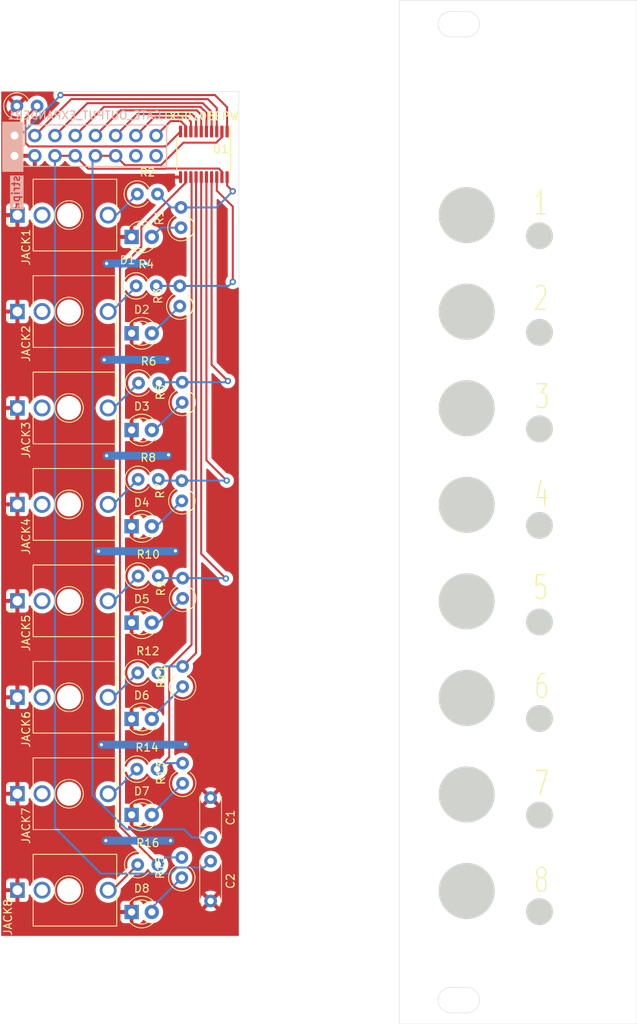
<source format=kicad_pcb>
(kicad_pcb (version 20221018) (generator pcbnew)
  (layers (0 "F.Cu" signal) (31 "B.Cu" signal) (34 "B.Paste" user) (35 "F.Paste" user) (36 "B.SilkS" user "B.Silkscreen") (37 "F.SilkS" user "F.Silkscreen") (38 "B.Mask" user) (39 "F.Mask" user) (44 "Edge.Cuts" user))
  (net 0 "")
  (net 1 "GND")
  (net 2 "Net-(D1-A)")
  (net 3 "Net-(D2-A)")
  (net 4 "Net-(D3-A)")
  (net 5 "Net-(D4-A)")
  (net 6 "Net-(D5-A)")
  (net 7 "Net-(D6-A)")
  (net 8 "Net-(D7-A)")
  (net 9 "Net-(D8-A)")
  (net 10 "GATE_1")
  (net 11 "GATE_2")
  (net 12 "GATE_3")
  (net 13 "GATE_4")
  (net 14 "GATE_5")
  (net 15 "GATE_6")
  (net 16 "GATE_7")
  (net 17 "GATE_8")
  (net 18 "GATE_10")
  (net 19 "+5V")
  (net 20 "output_1")
  (net 21 "Net-(JACK1-Pad3)")
  (net 22 "output_2")
  (net 23 "output_3")
  (net 24 "output_4")
  (net 25 "output_5")
  (net 26 "output_6")
  (net 27 "output_7")
  (net 28 "output_8")
  (net 29 "+3V3")
  (net 31 "Net-(JACK2-Pad3)")
  (net 32 "Net-(JACK3-Pad3)")
  (net 33 "Net-(JACK4-Pad3)")
  (net 34 "Net-(JACK5-Pad3)")
  (net 35 "Net-(JACK6-Pad3)")
  (net 36 "Net-(JACK7-Pad3)")
  (net 37 "Net-(JACK8-Pad3)")
  (net 45 "GATE_9")
  (net 46 "Net-(U1-OE)")
  (footprint "Capacitor_THT:C_Disc_D5.0mm_W2.5mm_P5.00mm" (layer "F.Cu") (at 105.156 132.5026 -90)
    (fp_text reference "C1" (at 2.5 -2.5 90) (layer "F.SilkS"))
    (fp_text value "C_Small")
    (pad "1" thru_hole circle (at 0 0 270) (size 1.6 1.6) (drill 0.8) (layers "*.Cu" "*.Mask") (net 1 "GND"))
    (pad "2" thru_hole circle (at 5 0 270) (size 1.6 1.6) (drill 0.8) (layers "*.Cu" "*.Mask") (net 29 "+3V3"))
  )
  (footprint "doctea:Thonkiconn Renumberred" (layer "F.Cu") (at 80.8894 144.11757 90)
    (fp_text reference "JACK8" (at -3.403772 -1.1938 90) (layer "F.SilkS"))
    (fp_text value "fuzzySI_thonkiconn")
    (pad "1" thru_hole rect (at 0 0 270) (size 1.93 1.83) (drill 1.22) (layers "*.Cu" "*.Mask") (net 1 "GND"))
    (pad "2" thru_hole circle (at 0 3.1 270) (size 2.13 2.13) (drill 1.42) (layers "*.Cu" "*.Mask"))
    (pad "3" thru_hole circle (at 0 11.4 270) (size 2.13 2.13) (drill 1.43) (layers "*.Cu" "*.Mask") (net 37 "Net-(JACK8-Pad3)"))
    (zone (net 0) (net_name "") (layer "F.Cu") (connect_pads (clearance 0)) (min_thickness 0.254)
      (keepout (tracks not_allowed) (vias not_allowed) (pads not_allowed) (copperpour not_allowed) (footprints not_allowed))
      (fill (thermal_gap 0.508) (thermal_bridge_width 0.508))
      (polygon (pts (xy 87.3694 142.612429) (xy 87.123571 142.63264) (xy 86.884345 142.692729) (xy 86.658144 142.791084) (xy 86.451045 142.925062) (xy 86.26861 143.091066) (xy 86.115736 143.284638) (xy 85.996531 143.500578) (xy 85.914194 143.733088) (xy 85.870939 143.975924) (xy 85.867925 144.222563) (xy 85.905235 144.466383) (xy 85.981866 144.700836) (xy 86.09576 144.919624) (xy 86.243858 145.116873) (xy 86.422184 145.287284) (xy 86.625948 145.426282) (xy 86.849678 145.530134) (xy 87.087365 145.596051) (xy 87.332626 145.622262) (xy 87.578875 145.608063) (xy 87.819499 145.553836) (xy 88.048034 145.461038) (xy 88.258345 145.332159) (xy 88.444782 145.170662) (xy 88.602339 144.980883) (xy 88.726785 144.76792) (xy 88.814777 144.537491) (xy 88.863953 144.295785) (xy 88.872992 144.049292) (xy 88.84165 143.804634) (xy 88.77077 143.568379) (xy 88.662256 143.346873) (xy 88.519021 143.146065) (xy 88.344912 142.971347) (xy 88.144605 142.827412) (xy 87.923479 142.718125) (xy 87.687474 142.646421) (xy 87.442926 142.614226)))
    )
  )
  (footprint "LED_THT:LED_D3.0mm" (layer "F.Cu") (at 95.2354 62.126542)
    (fp_text reference "D1" (at -0.508 2.908) (layer "F.SilkS"))
    (fp_text value "LED")
    (pad "1" thru_hole rect (at 0 0) (size 1.8 1.8) (drill 0.9) (layers "*.Cu" "*.Mask") (net 1 "GND"))
    (pad "2" thru_hole circle (at 2.54 0) (size 1.8 1.8) (drill 0.9) (layers "*.Cu" "*.Mask") (net 2 "Net-(D1-A)"))
  )
  (footprint "Capacitor_THT:C_Disc_D5.0mm_W2.5mm_P5.00mm" (layer "F.Cu") (at 105.156 140.4782 -90)
    (fp_text reference "C2" (at 2.5 -2.5 90) (layer "F.SilkS"))
    (fp_text value "C_Small")
    (pad "1" thru_hole circle (at 0 0 270) (size 1.6 1.6) (drill 0.8) (layers "*.Cu" "*.Mask") (net 19 "+5V"))
    (pad "2" thru_hole circle (at 5 0 270) (size 1.6 1.6) (drill 0.8) (layers "*.Cu" "*.Mask") (net 1 "GND"))
  )
  (footprint "Resistor_THT:R_Axial_DIN0309_L9.0mm_D3.2mm_P2.54mm_Vertical" (layer "F.Cu") (at 95.7992 68.273342)
    (fp_text reference "R4" (at 1.27 -2.72) (layer "F.SilkS"))
    (fp_text value "1K")
    (pad "1" thru_hole circle (at 0 0) (size 1.6 1.6) (drill 0.8) (layers "*.Cu" "*.Mask") (net 31 "Net-(JACK2-Pad3)"))
    (pad "2" thru_hole oval (at 2.54 0) (size 1.6 1.6) (drill 0.8) (layers "*.Cu" "*.Mask") (net 22 "output_2"))
  )
  (footprint "LED_THT:LED_D3.0mm" (layer "F.Cu") (at 95.2354 134.668942)
    (fp_text reference "D7" (at 1.27 -2.96) (layer "F.SilkS"))
    (fp_text value "LED")
    (pad "1" thru_hole rect (at 0 0) (size 1.8 1.8) (drill 0.9) (layers "*.Cu" "*.Mask") (net 1 "GND"))
    (pad "2" thru_hole circle (at 2.54 0) (size 1.8 1.8) (drill 0.9) (layers "*.Cu" "*.Mask") (net 8 "Net-(D7-A)"))
  )
  (footprint "LED_THT:LED_D3.0mm" (layer "F.Cu") (at 95.2354 98.448542)
    (fp_text reference "D4" (at 1.27 -2.96) (layer "F.SilkS"))
    (fp_text value "LED")
    (pad "1" thru_hole rect (at 0 0) (size 1.8 1.8) (drill 0.9) (layers "*.Cu" "*.Mask") (net 1 "GND"))
    (pad "2" thru_hole circle (at 2.54 0) (size 1.8 1.8) (drill 0.9) (layers "*.Cu" "*.Mask") (net 5 "Net-(D4-A)"))
  )
  (footprint "Resistor_THT:R_Axial_DIN0309_L9.0mm_D3.2mm_P2.54mm_Vertical" (layer "F.Cu") (at 101.5396 142.549342 90)
    (fp_text reference "R15" (at 1.27 -2.72 90) (layer "F.SilkS"))
    (fp_text value "47K")
    (pad "1" thru_hole circle (at 0 0 90) (size 1.6 1.6) (drill 0.8) (layers "*.Cu" "*.Mask") (net 9 "Net-(D8-A)"))
    (pad "2" thru_hole oval (at 2.54 0 90) (size 1.6 1.6) (drill 0.8) (layers "*.Cu" "*.Mask") (net 28 "output_8"))
  )
  (footprint "Resistor_THT:R_Axial_DIN0309_L9.0mm_D3.2mm_P2.54mm_Vertical" (layer "F.Cu") (at 101.6412 118.571742 90)
    (fp_text reference "R11" (at 1.27 -2.72 90) (layer "F.SilkS"))
    (fp_text value "47K")
    (pad "1" thru_hole circle (at 0 0 90) (size 1.6 1.6) (drill 0.8) (layers "*.Cu" "*.Mask") (net 7 "Net-(D6-A)"))
    (pad "2" thru_hole oval (at 2.54 0 90) (size 1.6 1.6) (drill 0.8) (layers "*.Cu" "*.Mask") (net 26 "output_6"))
  )
  (footprint "Resistor_THT:R_Axial_DIN0309_L9.0mm_D3.2mm_P2.54mm_Vertical" (layer "F.Cu") (at 96.0024 116.838142)
    (fp_text reference "R12" (at 1.27 -2.72) (layer "F.SilkS"))
    (fp_text value "1K")
    (pad "1" thru_hole circle (at 0 0) (size 1.6 1.6) (drill 0.8) (layers "*.Cu" "*.Mask") (net 35 "Net-(JACK6-Pad3)"))
    (pad "2" thru_hole oval (at 2.54 0) (size 1.6 1.6) (drill 0.8) (layers "*.Cu" "*.Mask") (net 26 "output_6"))
  )
  (footprint "Resistor_THT:R_Axial_DIN0309_L9.0mm_D3.2mm_P2.54mm_Vertical" (layer "F.Cu") (at 96.104 80.465342)
    (fp_text reference "R6" (at 1.27 -2.72) (layer "F.SilkS"))
    (fp_text value "1K")
    (pad "1" thru_hole circle (at 0 0) (size 1.6 1.6) (drill 0.8) (layers "*.Cu" "*.Mask") (net 32 "Net-(JACK3-Pad3)"))
    (pad "2" thru_hole oval (at 2.54 0) (size 1.6 1.6) (drill 0.8) (layers "*.Cu" "*.Mask") (net 23 "output_3"))
  )
  (footprint "LED_THT:LED_D3.0mm" (layer "F.Cu") (at 95.2354 110.538942)
    (fp_text reference "D5" (at 1.27 -2.96) (layer "F.SilkS"))
    (fp_text value "LED")
    (pad "1" thru_hole rect (at 0 0) (size 1.8 1.8) (drill 0.9) (layers "*.Cu" "*.Mask") (net 1 "GND"))
    (pad "2" thru_hole circle (at 2.54 0) (size 1.8 1.8) (drill 0.9) (layers "*.Cu" "*.Mask") (net 6 "Net-(D5-A)"))
  )
  (footprint "LED_THT:LED_D3.0mm" (layer "F.Cu") (at 95.2354 146.860942)
    (fp_text reference "D8" (at 1.27 -2.96) (layer "F.SilkS"))
    (fp_text value "LED")
    (pad "1" thru_hole rect (at 0 0) (size 1.8 1.8) (drill 0.9) (layers "*.Cu" "*.Mask") (net 1 "GND"))
    (pad "2" thru_hole circle (at 2.54 0) (size 1.8 1.8) (drill 0.9) (layers "*.Cu" "*.Mask") (net 9 "Net-(D8-A)"))
  )
  (footprint "LED_THT:LED_D3.0mm" (layer "F.Cu") (at 95.2354 122.629342)
    (fp_text reference "D6" (at 1.27 -2.96) (layer "F.SilkS"))
    (fp_text value "LED")
    (pad "1" thru_hole rect (at 0 0) (size 1.8 1.8) (drill 0.9) (layers "*.Cu" "*.Mask") (net 1 "GND"))
    (pad "2" thru_hole circle (at 2.54 0) (size 1.8 1.8) (drill 0.9) (layers "*.Cu" "*.Mask") (net 7 "Net-(D6-A)"))
  )
  (footprint "Resistor_THT:R_Axial_DIN0309_L9.0mm_D3.2mm_P2.54mm_Vertical" (layer "F.Cu") (at 101.5904 82.903742 90)
    (fp_text reference "R5" (at 1.27 -2.72 90) (layer "F.SilkS"))
    (fp_text value "47K")
    (pad "1" thru_hole circle (at 0 0 90) (size 1.6 1.6) (drill 0.8) (layers "*.Cu" "*.Mask") (net 4 "Net-(D3-A)"))
    (pad "2" thru_hole oval (at 2.54 0 90) (size 1.6 1.6) (drill 0.8) (layers "*.Cu" "*.Mask") (net 23 "output_3"))
  )
  (footprint "Resistor_THT:R_Axial_DIN0309_L9.0mm_D3.2mm_P2.54mm_Vertical" (layer "F.Cu") (at 96.0532 104.696942)
    (fp_text reference "R10" (at 1.27 -2.72) (layer "F.SilkS"))
    (fp_text value "1K")
    (pad "1" thru_hole circle (at 0 0) (size 1.6 1.6) (drill 0.8) (layers "*.Cu" "*.Mask") (net 34 "Net-(JACK5-Pad3)"))
    (pad "2" thru_hole oval (at 2.54 0) (size 1.6 1.6) (drill 0.8) (layers "*.Cu" "*.Mask") (net 25 "output_5"))
  )
  (footprint "Resistor_THT:R_Axial_DIN0309_L9.0mm_D3.2mm_P2.54mm_Vertical" (layer "F.Cu") (at 101.2856 70.813342 90)
    (fp_text reference "R3" (at 1.27 -2.72 90) (layer "F.SilkS"))
    (fp_text value "47K")
    (pad "1" thru_hole circle (at 0 0 90) (size 1.6 1.6) (drill 0.8) (layers "*.Cu" "*.Mask") (net 3 "Net-(D2-A)"))
    (pad "2" thru_hole oval (at 2.54 0 90) (size 1.6 1.6) (drill 0.8) (layers "*.Cu" "*.Mask") (net 22 "output_2"))
  )
  (footprint "Package_SO:TSSOP-20_4.4x6.5mm_P0.65mm" (layer "F.Cu") (at 104.3042 51.755642 -90)
    (fp_text reference "U1" (at -0.674642 -2.1218) (layer "F.SilkS"))
    (fp_text value "TXS0108EPW" (at -4.789442 0.3674) (layer "F.SilkS"))
    (pad "1" smd roundrect (at -2.8625 -2.925 270) (size 1.475 0.4) (layers "F.Cu" "F.Paste" "F.Mask") (net 10 "GATE_1"))
    (pad "2" smd roundrect (at -2.8625 -2.275 270) (size 1.475 0.4) (layers "F.Cu" "F.Paste" "F.Mask") (net 29 "+3V3"))
    (pad "3" smd roundrect (at -2.8625 -1.625 270) (size 1.475 0.4) (layers "F.Cu" "F.Paste" "F.Mask") (net 11 "GATE_2"))
    (pad "4" smd roundrect (at -2.8625 -0.975 270) (size 1.475 0.4) (layers "F.Cu" "F.Paste" "F.Mask") (net 12 "GATE_3"))
    (pad "5" smd roundrect (at -2.8625 -0.325 270) (size 1.475 0.4) (layers "F.Cu" "F.Paste" "F.Mask") (net 13 "GATE_4"))
    (pad "6" smd roundrect (at -2.8625 0.325 270) (size 1.475 0.4) (layers "F.Cu" "F.Paste" "F.Mask") (net 14 "GATE_5"))
    (pad "7" smd roundrect (at -2.8625 0.975 270) (size 1.475 0.4) (layers "F.Cu" "F.Paste" "F.Mask") (net 15 "GATE_6"))
    (pad "8" smd roundrect (at -2.8625 1.625 270) (size 1.475 0.4) (layers "F.Cu" "F.Paste" "F.Mask") (net 16 "GATE_7"))
    (pad "9" smd roundrect (at -2.8625 2.275 270) (size 1.475 0.4) (layers "F.Cu" "F.Paste" "F.Mask") (net 17 "GATE_8"))
    (pad "10" smd roundrect (at -2.8625 2.925 270) (size 1.475 0.4) (layers "F.Cu" "F.Paste" "F.Mask") (net 46 "Net-(U1-OE)"))
    (pad "11" smd roundrect (at 2.8625 2.925 270) (size 1.475 0.4) (layers "F.Cu" "F.Paste" "F.Mask") (net 1 "GND"))
    (pad "12" smd roundrect (at 2.8625 2.275 270) (size 1.475 0.4) (layers "F.Cu" "F.Paste" "F.Mask") (net 28 "output_8"))
    (pad "13" smd roundrect (at 2.8625 1.625 270) (size 1.475 0.4) (layers "F.Cu" "F.Paste" "F.Mask") (net 27 "output_7"))
    (pad "14" smd roundrect (at 2.8625 0.975 270) (size 1.475 0.4) (layers "F.Cu" "F.Paste" "F.Mask") (net 26 "output_6"))
    (pad "15" smd roundrect (at 2.8625 0.325 270) (size 1.475 0.4) (layers "F.Cu" "F.Paste" "F.Mask") (net 25 "output_5"))
    (pad "16" smd roundrect (at 2.8625 -0.325 270) (size 1.475 0.4) (layers "F.Cu" "F.Paste" "F.Mask") (net 24 "output_4"))
    (pad "17" smd roundrect (at 2.8625 -0.975 270) (size 1.475 0.4) (layers "F.Cu" "F.Paste" "F.Mask") (net 23 "output_3"))
    (pad "18" smd roundrect (at 2.8625 -1.625 270) (size 1.475 0.4) (layers "F.Cu" "F.Paste" "F.Mask") (net 22 "output_2"))
    (pad "19" smd roundrect (at 2.8625 -2.275 270) (size 1.475 0.4) (layers "F.Cu" "F.Paste" "F.Mask") (net 19 "+5V"))
    (pad "20" smd roundrect (at 2.8625 -2.925 270) (size 1.475 0.4) (layers "F.Cu" "F.Paste" "F.Mask") (net 20 "output_1"))
  )
  (footprint "doctea:Thonkiconn Renumberred" (layer "F.Cu") (at 80.8894 132.012656 90)
    (fp_text reference "JACK7" (at -4.03 1.08 90) (layer "F.SilkS"))
    (fp_text value "fuzzySI_thonkiconn")
    (pad "1" thru_hole rect (at 0 0 270) (size 1.93 1.83) (drill 1.22) (layers "*.Cu" "*.Mask") (net 1 "GND"))
    (pad "2" thru_hole circle (at 0 3.1 270) (size 2.13 2.13) (drill 1.42) (layers "*.Cu" "*.Mask"))
    (pad "3" thru_hole circle (at 0 11.4 270) (size 2.13 2.13) (drill 1.43) (layers "*.Cu" "*.Mask") (net 36 "Net-(JACK7-Pad3)"))
    (zone (net 0) (net_name "") (layer "F.Cu") (connect_pads (clearance 0)) (min_thickness 0.254)
      (keepout (tracks not_allowed) (vias not_allowed) (pads not_allowed) (copperpour not_allowed) (footprints not_allowed))
      (fill (thermal_gap 0.508) (thermal_bridge_width 0.508))
      (polygon (pts (xy 87.3694 130.507515) (xy 87.123571 130.527726) (xy 86.884345 130.587815) (xy 86.658144 130.68617) (xy 86.451045 130.820148) (xy 86.26861 130.986152) (xy 86.115736 131.179724) (xy 85.996531 131.395664) (xy 85.914194 131.628174) (xy 85.870939 131.87101) (xy 85.867925 132.117649) (xy 85.905235 132.361469) (xy 85.981866 132.595922) (xy 86.09576 132.81471) (xy 86.243858 133.011959) (xy 86.422184 133.18237) (xy 86.625948 133.321368) (xy 86.849678 133.42522) (xy 87.087365 133.491137) (xy 87.332626 133.517348) (xy 87.578875 133.503149) (xy 87.819499 133.448922) (xy 88.048034 133.356124) (xy 88.258345 133.227245) (xy 88.444782 133.065748) (xy 88.602339 132.875969) (xy 88.726785 132.663006) (xy 88.814777 132.432577) (xy 88.863953 132.190871) (xy 88.872992 131.944378) (xy 88.84165 131.69972) (xy 88.77077 131.463465) (xy 88.662256 131.241959) (xy 88.519021 131.041151) (xy 88.344912 130.866433) (xy 88.144605 130.722498) (xy 87.923479 130.613211) (xy 87.687474 130.541507) (xy 87.442926 130.509312)))
    )
  )
  (footprint "Resistor_THT:R_Axial_DIN0309_L9.0mm_D3.2mm_P2.54mm_Vertical" (layer "F.Cu") (at 101.5396 95.254542 90)
    (fp_text reference "R7" (at 1.27 -2.72 90) (layer "F.SilkS"))
    (fp_text value "47K")
    (pad "1" thru_hole circle (at 0 0 90) (size 1.6 1.6) (drill 0.8) (layers "*.Cu" "*.Mask") (net 5 "Net-(D4-A)"))
    (pad "2" thru_hole oval (at 2.54 0 90) (size 1.6 1.6) (drill 0.8) (layers "*.Cu" "*.Mask") (net 24 "output_4"))
  )
  (footprint "Resistor_THT:R_Axial_DIN0309_L9.0mm_D3.2mm_P2.54mm_Vertical" (layer "F.Cu") (at 95.9516 56.741742)
    (fp_text reference "R2" (at 1.27 -2.72) (layer "F.SilkS"))
    (fp_text value "1K")
    (pad "1" thru_hole circle (at 0 0) (size 1.6 1.6) (drill 0.8) (layers "*.Cu" "*.Mask") (net 21 "Net-(JACK1-Pad3)"))
    (pad "2" thru_hole oval (at 2.54 0) (size 1.6 1.6) (drill 0.8) (layers "*.Cu" "*.Mask") (net 20 "output_1"))
  )
  (footprint "Resistor_THT:R_Axial_DIN0309_L9.0mm_D3.2mm_P2.54mm_Vertical" (layer "F.Cu") (at 101.6412 107.497342 90)
    (fp_text reference "R9" (at 1.27 -2.72 90) (layer "F.SilkS"))
    (fp_text value "47K")
    (pad "1" thru_hole circle (at 0 0 90) (size 1.6 1.6) (drill 0.8) (layers "*.Cu" "*.Mask") (net 6 "Net-(D5-A)"))
    (pad "2" thru_hole oval (at 2.54 0 90) (size 1.6 1.6) (drill 0.8) (layers "*.Cu" "*.Mask") (net 25 "output_5"))
  )
  (footprint "LED_THT:LED_D3.0mm" (layer "F.Cu") (at 95.2354 86.358142)
    (fp_text reference "D3" (at 1.27 -2.96) (layer "F.SilkS"))
    (fp_text value "LED")
    (pad "1" thru_hole rect (at 0 0) (size 1.8 1.8) (drill 0.9) (layers "*.Cu" "*.Mask") (net 1 "GND"))
    (pad "2" thru_hole circle (at 2.54 0) (size 1.8 1.8) (drill 0.9) (layers "*.Cu" "*.Mask") (net 4 "Net-(D3-A)"))
  )
  (footprint "LED_THT:LED_D3.0mm" (layer "F.Cu") (at 95.2354 74.216942)
    (fp_text reference "D2" (at 1.27 -2.96) (layer "F.SilkS"))
    (fp_text value "LED")
    (pad "1" thru_hole rect (at 0 0) (size 1.8 1.8) (drill 0.9) (layers "*.Cu" "*.Mask") (net 1 "GND"))
    (pad "2" thru_hole circle (at 2.54 0) (size 1.8 1.8) (drill 0.9) (layers "*.Cu" "*.Mask") (net 3 "Net-(D2-A)"))
  )
  (footprint "Resistor_THT:R_Axial_DIN0309_L9.0mm_D3.2mm_P2.54mm_Vertical" (layer "F.Cu") (at 96.0532 92.555742)
    (fp_text reference "R8" (at 1.27 -2.72) (layer "F.SilkS"))
    (fp_text value "1K")
    (pad "1" thru_hole circle (at 0 0) (size 1.6 1.6) (drill 0.8) (layers "*.Cu" "*.Mask") (net 33 "Net-(JACK4-Pad3)"))
    (pad "2" thru_hole oval (at 2.54 0) (size 1.6 1.6) (drill 0.8) (layers "*.Cu" "*.Mask") (net 24 "output_4"))
  )
  (footprint "Resistor_THT:R_Axial_DIN0309_L9.0mm_D3.2mm_P2.54mm_Vertical" (layer "F.Cu") (at 80.8228 45.6962)
    (fp_text reference "R_PULLDOWN1" hide)
    (fp_text value "R")
    (pad "1" thru_hole circle (at 0 0) (size 1.6 1.6) (drill 0.8) (layers "*.Cu" "*.Mask") (net 1 "GND"))
    (pad "2" thru_hole oval (at 2.54 0) (size 1.6 1.6) (drill 0.8) (layers "*.Cu" "*.Mask") (net 46 "Net-(U1-OE)"))
  )
  (footprint "Resistor_THT:R_Axial_DIN0309_L9.0mm_D3.2mm_P2.54mm_Vertical" (layer "F.Cu") (at 95.996 140.917342)
    (fp_text reference "R16" (at 1.27 -2.72) (layer "F.SilkS"))
    (fp_text value "1K")
    (pad "1" thru_hole circle (at 0 0) (size 1.6 1.6) (drill 0.8) (layers "*.Cu" "*.Mask") (net 37 "Net-(JACK8-Pad3)"))
    (pad "2" thru_hole oval (at 2.54 0) (size 1.6 1.6) (drill 0.8) (layers "*.Cu" "*.Mask") (net 28 "output_8"))
  )
  (footprint "doctea:Thonkiconn Renumberred" (layer "F.Cu") (at 80.8894 59.38317 90)
    (fp_text reference "JACK1" (at -4.03 1.08 90) (layer "F.SilkS"))
    (fp_text value "~")
    (pad "1" thru_hole rect (at 0 0 270) (size 1.93 1.83) (drill 1.22) (layers "*.Cu" "*.Mask") (net 1 "GND"))
    (pad "2" thru_hole circle (at 0 3.1 270) (size 2.13 2.13) (drill 1.42) (layers "*.Cu" "*.Mask"))
    (pad "3" thru_hole circle (at 0 11.4 270) (size 2.13 2.13) (drill 1.43) (layers "*.Cu" "*.Mask") (net 21 "Net-(JACK1-Pad3)"))
    (zone (net 0) (net_name "") (layer "F.Cu") (connect_pads (clearance 0)) (min_thickness 0.254)
      (keepout (tracks not_allowed) (vias not_allowed) (pads not_allowed) (copperpour not_allowed) (footprints not_allowed))
      (fill (thermal_gap 0.508) (thermal_bridge_width 0.508))
      (polygon (pts (xy 87.3694 57.878029) (xy 87.123571 57.89824) (xy 86.884345 57.958329) (xy 86.658144 58.056684) (xy 86.451045 58.190662) (xy 86.26861 58.356666) (xy 86.115736 58.550238) (xy 85.996531 58.766178) (xy 85.914194 58.998688) (xy 85.870939 59.241524) (xy 85.867925 59.488163) (xy 85.905235 59.731983) (xy 85.981866 59.966436) (xy 86.09576 60.185224) (xy 86.243858 60.382473) (xy 86.422184 60.552884) (xy 86.625948 60.691882) (xy 86.849678 60.795734) (xy 87.087365 60.861651) (xy 87.332626 60.887862) (xy 87.578875 60.873663) (xy 87.819499 60.819436) (xy 88.048034 60.726638) (xy 88.258345 60.597759) (xy 88.444782 60.436262) (xy 88.602339 60.246483) (xy 88.726785 60.03352) (xy 88.814777 59.803091) (xy 88.863953 59.561385) (xy 88.872992 59.314892) (xy 88.84165 59.070234) (xy 88.77077 58.833979) (xy 88.662256 58.612473) (xy 88.519021 58.411665) (xy 88.344912 58.236947) (xy 88.144605 58.093012) (xy 87.923479 57.983725) (xy 87.687474 57.912021) (xy 87.442926 57.879826)))
    )
  )
  (footprint "Resistor_THT:R_Axial_DIN0309_L9.0mm_D3.2mm_P2.54mm_Vertical" (layer "F.Cu") (at 95.8944 128.928542)
    (fp_text reference "R14" (at 1.27 -2.72) (layer "F.SilkS"))
    (fp_text value "1K")
    (pad "1" thru_hole circle (at 0 0) (size 1.6 1.6) (drill 0.8) (layers "*.Cu" "*.Mask") (net 36 "Net-(JACK7-Pad3)"))
    (pad "2" thru_hole oval (at 2.54 0) (size 1.6 1.6) (drill 0.8) (layers "*.Cu" "*.Mask") (net 27 "output_7"))
  )
  (footprint "doctea:Thonkiconn Renumberred" (layer "F.Cu") (at 80.8894 119.907742 90)
    (fp_text reference "JACK6" (at -4.03 1.08 90) (layer "F.SilkS"))
    (fp_text value "fuzzySI_thonkiconn")
    (pad "1" thru_hole rect (at 0 0 270) (size 1.93 1.83) (drill 1.22) (layers "*.Cu" "*.Mask") (net 1 "GND"))
    (pad "2" thru_hole circle (at 0 3.1 270) (size 2.13 2.13) (drill 1.42) (layers "*.Cu" "*.Mask"))
    (pad "3" thru_hole circle (at 0 11.4 270) (size 2.13 2.13) (drill 1.43) (layers "*.Cu" "*.Mask") (net 35 "Net-(JACK6-Pad3)"))
    (zone (net 0) (net_name "") (layer "F.Cu") (connect_pads (clearance 0)) (min_thickness 0.254)
      (keepout (tracks not_allowed) (vias not_allowed) (pads not_allowed) (copperpour not_allowed) (footprints not_allowed))
      (fill (thermal_gap 0.508) (thermal_bridge_width 0.508))
      (polygon (pts (xy 87.3694 118.402601) (xy 87.123571 118.422812) (xy 86.884345 118.482901) (xy 86.658144 118.581256) (xy 86.451045 118.715234) (xy 86.26861 118.881238) (xy 86.115736 119.07481) (xy 85.996531 119.29075) (xy 85.914194 119.52326) (xy 85.870939 119.766096) (xy 85.867925 120.012735) (xy 85.905235 120.256555) (xy 85.981866 120.491008) (xy 86.09576 120.709796) (xy 86.243858 120.907045) (xy 86.422184 121.077456) (xy 86.625948 121.216454) (xy 86.849678 121.320306) (xy 87.087365 121.386223) (xy 87.332626 121.412434) (xy 87.578875 121.398235) (xy 87.819499 121.344008) (xy 88.048034 121.25121) (xy 88.258345 121.122331) (xy 88.444782 120.960834) (xy 88.602339 120.771055) (xy 88.726785 120.558092) (xy 88.814777 120.327663) (xy 88.863953 120.085957) (xy 88.872992 119.839464) (xy 88.84165 119.594806) (xy 88.77077 119.358551) (xy 88.662256 119.137045) (xy 88.519021 118.936237) (xy 88.344912 118.761519) (xy 88.144605 118.617584) (xy 87.923479 118.508297) (xy 87.687474 118.436593) (xy 87.442926 118.404398)))
    )
  )
  (footprint "doctea:Thonkiconn Renumberred" (layer "F.Cu") (at 80.8894 71.488086 90)
    (fp_text reference "JACK2" (at -4.03 1.08 90) (layer "F.SilkS"))
    (fp_text value "fuzzySI_thonkiconn")
    (pad "1" thru_hole rect (at 0 0 270) (size 1.93 1.83) (drill 1.22) (layers "*.Cu" "*.Mask") (net 1 "GND"))
    (pad "2" thru_hole circle (at 0 3.1 270) (size 2.13 2.13) (drill 1.42) (layers "*.Cu" "*.Mask"))
    (pad "3" thru_hole circle (at 0 11.4 270) (size 2.13 2.13) (drill 1.43) (layers "*.Cu" "*.Mask") (net 31 "Net-(JACK2-Pad3)"))
    (zone (net 0) (net_name "") (layer "F.Cu") (connect_pads (clearance 0)) (min_thickness 0.254)
      (keepout (tracks not_allowed) (vias not_allowed) (pads not_allowed) (copperpour not_allowed) (footprints not_allowed))
      (fill (thermal_gap 0.508) (thermal_bridge_width 0.508))
      (polygon (pts (xy 87.3694 69.982945) (xy 87.123571 70.003156) (xy 86.884345 70.063245) (xy 86.658144 70.1616) (xy 86.451045 70.295578) (xy 86.26861 70.461582) (xy 86.115736 70.655154) (xy 85.996531 70.871094) (xy 85.914194 71.103604) (xy 85.870939 71.34644) (xy 85.867925 71.593079) (xy 85.905235 71.836899) (xy 85.981866 72.071352) (xy 86.09576 72.29014) (xy 86.243858 72.487389) (xy 86.422184 72.6578) (xy 86.625948 72.796798) (xy 86.849678 72.90065) (xy 87.087365 72.966567) (xy 87.332626 72.992778) (xy 87.578875 72.978579) (xy 87.819499 72.924352) (xy 88.048034 72.831554) (xy 88.258345 72.702675) (xy 88.444782 72.541178) (xy 88.602339 72.351399) (xy 88.726785 72.138436) (xy 88.814777 71.908007) (xy 88.863953 71.666301) (xy 88.872992 71.419808) (xy 88.84165 71.17515) (xy 88.77077 70.938895) (xy 88.662256 70.717389) (xy 88.519021 70.516581) (xy 88.344912 70.341863) (xy 88.144605 70.197928) (xy 87.923479 70.088641) (xy 87.687474 70.016937) (xy 87.442926 69.984742)))
    )
  )
  (footprint "Resistor_THT:R_Axial_DIN0309_L9.0mm_D3.2mm_P2.54mm_Vertical" (layer "F.Cu") (at 101.6412 130.712942 90)
    (fp_text reference "R13" (at 1.27 -2.72 90) (layer "F.SilkS"))
    (fp_text value "47K")
    (pad "1" thru_hole circle (at 0 0 90) (size 1.6 1.6) (drill 0.8) (layers "*.Cu" "*.Mask") (net 8 "Net-(D7-A)"))
    (pad "2" thru_hole oval (at 2.54 0 90) (size 1.6 1.6) (drill 0.8) (layers "*.Cu" "*.Mask") (net 27 "output_7"))
  )
  (footprint "doctea:Thonkiconn Renumberred" (layer "F.Cu") (at 80.8894 83.593 90)
    (fp_text reference "JACK3" (at -4.03 1.08 90) (layer "F.SilkS"))
    (fp_text value "fuzzySI_thonkiconn")
    (pad "1" thru_hole rect (at 0 0 270) (size 1.93 1.83) (drill 1.22) (layers "*.Cu" "*.Mask") (net 1 "GND"))
    (pad "2" thru_hole circle (at 0 3.1 270) (size 2.13 2.13) (drill 1.42) (layers "*.Cu" "*.Mask"))
    (pad "3" thru_hole circle (at 0 11.4 270) (size 2.13 2.13) (drill 1.43) (layers "*.Cu" "*.Mask") (net 32 "Net-(JACK3-Pad3)"))
    (zone (net 0) (net_name "") (layer "F.Cu") (connect_pads (clearance 0)) (min_thickness 0.254)
      (keepout (tracks not_allowed) (vias not_allowed) (pads not_allowed) (copperpour not_allowed) (footprints not_allowed))
      (fill (thermal_gap 0.508) (thermal_bridge_width 0.508))
      (polygon (pts (xy 87.3694 82.087859) (xy 87.123571 82.10807) (xy 86.884345 82.168159) (xy 86.658144 82.266514) (xy 86.451045 82.400492) (xy 86.26861 82.566496) (xy 86.115736 82.760068) (xy 85.996531 82.976008) (xy 85.914194 83.208518) (xy 85.870939 83.451354) (xy 85.867925 83.697993) (xy 85.905235 83.941813) (xy 85.981866 84.176266) (xy 86.09576 84.395054) (xy 86.243858 84.592303) (xy 86.422184 84.762714) (xy 86.625948 84.901712) (xy 86.849678 85.005564) (xy 87.087365 85.071481) (xy 87.332626 85.097692) (xy 87.578875 85.083493) (xy 87.819499 85.029266) (xy 88.048034 84.936468) (xy 88.258345 84.807589) (xy 88.444782 84.646092) (xy 88.602339 84.456313) (xy 88.726785 84.24335) (xy 88.814777 84.012921) (xy 88.863953 83.771215) (xy 88.872992 83.524722) (xy 88.84165 83.280064) (xy 88.77077 83.043809) (xy 88.662256 82.822303) (xy 88.519021 82.621495) (xy 88.344912 82.446777) (xy 88.144605 82.302842) (xy 87.923479 82.193555) (xy 87.687474 82.121851) (xy 87.442926 82.089656)))
    )
  )
  (footprint "Resistor_THT:R_Axial_DIN0309_L9.0mm_D3.2mm_P2.54mm_Vertical" (layer "F.Cu") (at 101.438 60.964542 90)
    (fp_text reference "R1" (at 1.27 -2.72 90) (layer "F.SilkS"))
    (fp_text value "47K")
    (pad "1" thru_hole circle (at 0 0 90) (size 1.6 1.6) (drill 0.8) (layers "*.Cu" "*.Mask") (net 2 "Net-(D1-A)"))
    (pad "2" thru_hole oval (at 2.54 0 90) (size 1.6 1.6) (drill 0.8) (layers "*.Cu" "*.Mask") (net 20 "output_1"))
  )
  (footprint "doctea:Thonkiconn Renumberred" (layer "F.Cu") (at 80.8894 107.802828 90)
    (fp_text reference "JACK5" (at -4.03 1.08 90) (layer "F.SilkS"))
    (fp_text value "fuzzySI_thonkiconn")
    (pad "1" thru_hole rect (at 0 0 270) (size 1.93 1.83) (drill 1.22) (layers "*.Cu" "*.Mask") (net 1 "GND"))
    (pad "2" thru_hole circle (at 0 3.1 270) (size 2.13 2.13) (drill 1.42) (layers "*.Cu" "*.Mask"))
    (pad "3" thru_hole circle (at 0 11.4 270) (size 2.13 2.13) (drill 1.43) (layers "*.Cu" "*.Mask") (net 34 "Net-(JACK5-Pad3)"))
    (zone (net 0) (net_name "") (layer "F.Cu") (connect_pads (clearance 0)) (min_thickness 0.254)
      (keepout (tracks not_allowed) (vias not_allowed) (pads not_allowed) (copperpour not_allowed) (footprints not_allowed))
      (fill (thermal_gap 0.508) (thermal_bridge_width 0.508))
      (polygon (pts (xy 87.3694 106.297687) (xy 87.123571 106.317898) (xy 86.884345 106.377987) (xy 86.658144 106.476342) (xy 86.451045 106.61032) (xy 86.26861 106.776324) (xy 86.115736 106.969896) (xy 85.996531 107.185836) (xy 85.914194 107.418346) (xy 85.870939 107.661182) (xy 85.867925 107.907821) (xy 85.905235 108.151641) (xy 85.981866 108.386094) (xy 86.09576 108.604882) (xy 86.243858 108.802131) (xy 86.422184 108.972542) (xy 86.625948 109.11154) (xy 86.849678 109.215392) (xy 87.087365 109.281309) (xy 87.332626 109.30752) (xy 87.578875 109.293321) (xy 87.819499 109.239094) (xy 88.048034 109.146296) (xy 88.258345 109.017417) (xy 88.444782 108.85592) (xy 88.602339 108.666141) (xy 88.726785 108.453178) (xy 88.814777 108.222749) (xy 88.863953 107.981043) (xy 88.872992 107.73455) (xy 88.84165 107.489892) (xy 88.77077 107.253637) (xy 88.662256 107.032131) (xy 88.519021 106.831323) (xy 88.344912 106.656605) (xy 88.144605 106.51267) (xy 87.923479 106.403383) (xy 87.687474 106.331679) (xy 87.442926 106.299484)))
    )
  )
  (footprint "doctea:Thonkiconn Renumberred" (layer "F.Cu") (at 80.8894 95.697914 90)
    (fp_text reference "JACK4" (at -4.03 1.08 90) (layer "F.SilkS"))
    (fp_text value "fuzzySI_thonkiconn")
    (pad "1" thru_hole rect (at 0 0 270) (size 1.93 1.83) (drill 1.22) (layers "*.Cu" "*.Mask") (net 1 "GND"))
    (pad "2" thru_hole circle (at 0 3.1 270) (size 2.13 2.13) (drill 1.42) (layers "*.Cu" "*.Mask"))
    (pad "3" thru_hole circle (at 0 11.4 270) (size 2.13 2.13) (drill 1.43) (layers "*.Cu" "*.Mask") (net 33 "Net-(JACK4-Pad3)"))
    (zone (net 0) (net_name "") (layer "F.Cu") (connect_pads (clearance 0)) (min_thickness 0.254)
      (keepout (tracks not_allowed) (vias not_allowed) (pads not_allowed) (copperpour not_allowed) (footprints not_allowed))
      (fill (thermal_gap 0.508) (thermal_bridge_width 0.508))
      (polygon (pts (xy 87.3694 94.192773) (xy 87.123571 94.212984) (xy 86.884345 94.273073) (xy 86.658144 94.371428) (xy 86.451045 94.505406) (xy 86.26861 94.67141) (xy 86.115736 94.864982) (xy 85.996531 95.080922) (xy 85.914194 95.313432) (xy 85.870939 95.556268) (xy 85.867925 95.802907) (xy 85.905235 96.046727) (xy 85.981866 96.28118) (xy 86.09576 96.499968) (xy 86.243858 96.697217) (xy 86.422184 96.867628) (xy 86.625948 97.006626) (xy 86.849678 97.110478) (xy 87.087365 97.176395) (xy 87.332626 97.202606) (xy 87.578875 97.188407) (xy 87.819499 97.13418) (xy 88.048034 97.041382) (xy 88.258345 96.912503) (xy 88.444782 96.751006) (xy 88.602339 96.561227) (xy 88.726785 96.348264) (xy 88.814777 96.117835) (xy 88.863953 95.876129) (xy 88.872992 95.629636) (xy 88.84165 95.384978) (xy 88.77077 95.148723) (xy 88.662256 94.927217) (xy 88.519021 94.726409) (xy 88.344912 94.551691) (xy 88.144605 94.407756) (xy 87.923479 94.298469) (xy 87.687474 94.226765) (xy 87.442926 94.19457)))
    )
  )
  (footprint "Connector_PinHeader_2.54mm:PinHeader_2x08_P2.54mm_Vertical" (layer "B.Cu") (at 80.5292 49.401142 -90)
    (fp_text reference "GATE_OUTPUT_EXPANDER1" (at -2.54 -8.793) (layer "B.SilkS") (effects (justify mirror)))
    (fp_text value "12 pin header")
    (pad "1" thru_hole rect (at 0 0 270) (size 1.7 1.7) (drill 1) (layers "*.Cu" "*.Mask") (net 10 "GATE_1"))
    (pad "2" thru_hole oval (at 2.54 0 270) (size 1.7 1.7) (drill 1) (layers "*.Cu" "*.Mask") (net 1 "GND"))
    (pad "3" thru_hole oval (at 0 -2.54 270) (size 1.7 1.7) (drill 1) (layers "*.Cu" "*.Mask") (net 11 "GATE_2"))
    (pad "4" thru_hole oval (at 2.54 -2.54 270) (size 1.7 1.7) (drill 1) (layers "*.Cu" "*.Mask") (net 1 "GND"))
    (pad "5" thru_hole oval (at 0 -5.08 270) (size 1.7 1.7) (drill 1) (layers "*.Cu" "*.Mask") (net 12 "GATE_3"))
    (pad "6" thru_hole oval (at 2.54 -5.08 270) (size 1.7 1.7) (drill 1) (layers "*.Cu" "*.Mask") (net 19 "+5V"))
    (pad "7" thru_hole oval (at 0 -7.62 270) (size 1.7 1.7) (drill 1) (layers "*.Cu" "*.Mask") (net 13 "GATE_4"))
    (pad "8" thru_hole oval (at 2.54 -7.62 270) (size 1.7 1.7) (drill 1) (layers "*.Cu" "*.Mask") (net 19 "+5V"))
    (pad "9" thru_hole oval (at 0 -10.16 270) (size 1.7 1.7) (drill 1) (layers "*.Cu" "*.Mask") (net 14 "GATE_5"))
    (pad "10" thru_hole oval (at 2.54 -10.16 270) (size 1.7 1.7) (drill 1) (layers "*.Cu" "*.Mask") (net 29 "+3V3"))
    (pad "11" thru_hole oval (at 0 -12.7 270) (size 1.7 1.7) (drill 1) (layers "*.Cu" "*.Mask") (net 15 "GATE_6"))
    (pad "12" thru_hole oval (at 2.54 -12.7 270) (size 1.7 1.7) (drill 1) (layers "*.Cu" "*.Mask") (net 29 "+3V3"))
    (pad "13" thru_hole oval (at 0 -15.24 270) (size 1.7 1.7) (drill 1) (layers "*.Cu" "*.Mask") (net 16 "GATE_7"))
    (pad "14" thru_hole oval (at 2.54 -15.24 270) (size 1.7 1.7) (drill 1) (layers "*.Cu" "*.Mask") (net 18 "GATE_10"))
    (pad "15" thru_hole oval (at 0 -17.78 270) (size 1.7 1.7) (drill 1) (layers "*.Cu" "*.Mask") (net 17 "GATE_8"))
    (pad "16" thru_hole oval (at 2.54 -17.78 270) (size 1.7 1.7) (drill 1) (layers "*.Cu" "*.Mask") (net 45 "GATE_9"))
  )
  (gr_rect (start 79.0448 53.8988) (end 81.5848 47.7174) (stroke (width 0.12)) (fill solid) (layer "B.SilkS"))
  (gr_circle (center 146.461797 122.5758) (end 148.1328 122.5758) (stroke (width 0.05)) (fill solid) (layer "Edge.Cuts"))
  (gr_circle (center 137.3238 59.39) (end 140.8238 59.39) (stroke (width 0.05)) (fill solid) (layer "Edge.Cuts"))
  (gr_line (start 108.712 149.887) (end 108.712 43.8674) (stroke (width 0.05)) (layer "Edge.Cuts"))
  (gr_line (start 135.332 159.5104) (end 137.332 159.5104) (stroke (width 0.05)) (layer "Edge.Cuts"))
  (gr_arc (start 135.332 159.5104) (mid 133.732 157.9104) (end 135.332 156.3104) (stroke (width 0.05)) (layer "Edge.Cuts"))
  (gr_line (start 137.332 156.3104) (end 135.332 156.3104) (stroke (width 0.05)) (layer "Edge.Cuts"))
  (gr_circle (center 137.3238 95.748284) (end 140.8238 95.748284) (stroke (width 0.05)) (fill solid) (layer "Edge.Cuts"))
  (gr_circle (center 137.3238 71.509428) (end 140.8238 71.509428) (stroke (width 0.05)) (fill solid) (layer "Edge.Cuts"))
  (gr_circle (center 146.461797 98.3378) (end 148.1328 98.3378) (stroke (width 0.05)) (fill solid) (layer "Edge.Cuts"))
  (gr_arc (start 137.332 33.8104) (mid 138.932 35.4104) (end 137.332 37.0104) (stroke (width 0.05)) (layer "Edge.Cuts"))
  (gr_circle (center 146.461797 86.2188) (end 148.1328 86.2188) (stroke (width 0.05)) (fill solid) (layer "Edge.Cuts"))
  (gr_circle (center 146.461797 146.8138) (end 148.1328 146.8138) (stroke (width 0.05)) (fill solid) (layer "Edge.Cuts"))
  (gr_circle (center 137.3238 132.106568) (end 140.8238 132.106568) (stroke (width 0.05)) (fill solid) (layer "Edge.Cuts"))
  (gr_circle (center 146.461797 110.4568) (end 148.1328 110.4568) (stroke (width 0.05)) (fill solid) (layer "Edge.Cuts"))
  (gr_line (start 158.712 32.4104) (end 128.8458 32.4104) (stroke (width 0.05)) (layer "Edge.Cuts"))
  (gr_line (start 108.712 149.887) (end 78.8458 149.887) (stroke (width 0.05)) (layer "Edge.Cuts"))
  (gr_circle (center 137.3238 83.628856) (end 140.8238 83.628856) (stroke (width 0.05)) (fill solid) (layer "Edge.Cuts"))
  (gr_line (start 158.712 160.9104) (end 158.712 32.4104) (stroke (width 0.05)) (layer "Edge.Cuts"))
  (gr_line (start 137.332 33.8104) (end 135.332 33.8104) (stroke (width 0.05)) (layer "Edge.Cuts"))
  (gr_circle (center 137.3238 144.226) (end 140.8238 144.226) (stroke (width 0.05)) (fill solid) (layer "Edge.Cuts"))
  (gr_circle (center 137.3238 107.867712) (end 140.8238 107.867712) (stroke (width 0.05)) (fill solid) (layer "Edge.Cuts"))
  (gr_line (start 108.712 43.8674) (end 78.8458 43.8652) (stroke (width 0.05)) (layer "Edge.Cuts"))
  (gr_arc (start 137.332 156.3104) (mid 138.932 157.9104) (end 137.332 159.5104) (stroke (width 0.05)) (layer "Edge.Cuts"))
  (gr_circle (center 137.3238 119.98714) (end 140.8238 119.98714) (stroke (width 0.05)) (fill solid) (layer "Edge.Cuts"))
  (gr_circle (center 146.461797 74.0998) (end 148.1328 74.0998) (stroke (width 0.05)) (fill solid) (layer "Edge.Cuts"))
  (gr_arc (start 135.332 37.0104) (mid 133.732 35.4104) (end 135.332 33.8104) (stroke (width 0.05)) (layer "Edge.Cuts"))
  (gr_line (start 128.8458 160.9104) (end 128.8458 32.4104) (stroke (width 0.05)) (layer "Edge.Cuts"))
  (gr_line (start 158.712 160.9104) (end 128.8458 160.9104) (stroke (width 0.05)) (layer "Edge.Cuts"))
  (gr_line (start 135.332 37.0104) (end 137.332 37.0104) (stroke (width 0.05)) (layer "Edge.Cuts"))
  (gr_circle (center 146.461797 61.9808) (end 148.1328 61.9808) (stroke (width 0.05)) (fill solid) (layer "Edge.Cuts"))
  (gr_line (start 78.8458 43.8652) (end 78.8458 149.887) (stroke (width 0.05)) (layer "Edge.Cuts"))
  (gr_circle (center 146.461797 134.6948) (end 148.1328 134.6948) (stroke (width 0.05)) (fill solid) (layer "Edge.Cuts"))
  (gr_text "stripe" (at 81.28 54.3052 90) (layer "B.SilkS" knockout) (effects (font (size 1 1)) (justify left bottom mirror)))
  (gr_text "3" (at 145.7452 83.9264) (layer "F.SilkS") (effects (font (size 3 2)) (justify left bottom)))
  (gr_text "7" (at 145.6944 132.4404) (layer "F.SilkS") (effects (font (size 3 2)) (justify left bottom)))
  (gr_text "6" (at 145.6944 120.2992) (layer "F.SilkS") (effects (font (size 3 2)) (justify left bottom)))
  (gr_text "2" (at 145.5928 71.582) (layer "F.SilkS") (effects (font (size 3 2)) (justify left bottom)))
  (gr_text "1" (at 145.5928 59.5932) (layer "F.SilkS") (effects (font (size 3 2)) (justify left bottom)))
  (gr_text "4" (at 145.6944 96.22) (layer "F.SilkS") (effects (font (size 3 2)) (justify left bottom)))
  (gr_text "5" (at 145.542 107.904) (layer "F.SilkS") (effects (font (size 3 2)) (justify left bottom)))
  (gr_text "8" (at 145.6436 144.6324) (layer "F.SilkS") (effects (font (size 3 2)) (justify left bottom)))
  (via (at 91.44 125.8586) (size 0.8) (drill 0.4) (layers "F.Cu" "B.Cu") (net 1))
  (via (at 91.9988 137.8982) (size 0.8) (drill 0.4) (layers "F.Cu" "B.Cu") (net 1))
  (via (at 99.8728 89.4858) (size 0.8) (drill 0.4) (layers "F.Cu" "B.Cu") (net 1))
  (via (at 99.7204 77.4462) (size 0.8) (drill 0.4) (layers "F.Cu" "B.Cu") (net 1))
  (via (at 91.0844 101.5762) (size 0.8) (drill 0.4) (layers "F.Cu" "B.Cu") (net 1))
  (via (at 92.1004 65.4574) (size 0.8) (drill 0.4) (layers "F.Cu" "B.Cu") (net 1))
  (via (at 92.1004 89.5874) (size 0.8) (drill 0.4) (layers "F.Cu" "B.Cu") (net 1))
  (via (at 91.7956 77.5478) (size 0.8) (drill 0.4) (layers "F.Cu" "B.Cu") (net 1))
  (via (at 102.0064 125.8078) (size 0.8) (drill 0.4) (layers "F.Cu" "B.Cu") (net 1))
  (via (at 100.7364 101.5254) (size 0.8) (drill 0.4) (layers "F.Cu" "B.Cu") (net 1))
  (via (at 97.028 65.4574) (size 0.8) (drill 0.4) (layers "F.Cu" "B.Cu") (net 1))
  (via (at 100.1268 137.8982) (size 0.8) (drill 0.4) (layers "F.Cu" "B.Cu") (net 1))
  (segment (start 101.9556 125.8586) (end 102.0064 125.8078) (width 0.25) (layer "B.Cu") (net 1))
  (segment (start 92.1004 65.4574) (end 97.028 65.4574) (width 1) (layer "B.Cu") (net 1))
  (segment (start 91.44 125.8586) (end 101.9556 125.8586) (width 1) (layer "B.Cu") (net 1))
  (segment (start 99.7712 89.5874) (end 99.8728 89.4858) (width 0.25) (layer "B.Cu") (net 1))
  (segment (start 99.6188 77.5478) (end 99.7204 77.4462) (width 0.25) (layer "B.Cu") (net 1))
  (segment (start 91.9988 137.8982) (end 100.1268 137.8982) (width 1) (layer "B.Cu") (net 1))
  (segment (start 92.1004 89.5874) (end 99.7712 89.5874) (width 1) (layer "B.Cu") (net 1))
  (segment (start 100.6856 101.5762) (end 100.7364 101.5254) (width 0.25) (layer "B.Cu") (net 1))
  (segment (start 91.0844 101.5762) (end 100.6856 101.5762) (width 1) (layer "B.Cu") (net 1))
  (segment (start 91.7956 77.5478) (end 99.6188 77.5478) (width 1) (layer "B.Cu") (net 1))
  (segment (start 101.438 60.964542) (end 98.9374 60.964542) (width 0.25) (layer "B.Cu") (net 2))
  (segment (start 98.9374 60.964542) (end 97.7754 62.126542) (width 0.25) (layer "B.Cu") (net 2))
  (segment (start 101.2856 70.813342) (end 97.882 74.216942) (width 0.25) (layer "B.Cu") (net 3))
  (segment (start 101.5904 82.903742) (end 98.136 86.358142) (width 0.25) (layer "B.Cu") (net 4))
  (segment (start 101.5396 95.254542) (end 98.3456 98.448542) (width 0.25) (layer "B.Cu") (net 5))
  (segment (start 101.6412 107.497342) (end 98.5996 110.538942) (width 0.25) (layer "B.Cu") (net 6))
  (segment (start 98.5996 110.538942) (end 97.7754 110.538942) (width 0.25) (layer "B.Cu") (net 6))
  (segment (start 101.6412 118.571742) (end 97.7754 122.437542) (width 0.25) (layer "B.Cu") (net 7))
  (segment (start 101.6412 130.712942) (end 97.7754 134.578742) (width 0.25) (layer "B.Cu") (net 8))
  (segment (start 101.5396 142.549342) (end 97.7754 146.313542) (width 0.25) (layer "B.Cu") (net 9))
  (segment (start 105.7052 44.321142) (end 107.2292 45.845142) (width 0.25) (layer "F.Cu") (net 10))
  (segment (start 107.2292 45.845142) (end 107.2292 48.893142) (width 0.25) (layer "F.Cu") (net 10))
  (segment (start 86.312658 44.321142) (end 86.3092 44.3246) (width 0.25) (layer "F.Cu") (net 10))
  (segment (start 105.7052 44.321142) (end 86.312658 44.321142) (width 0.25) (layer "F.Cu") (net 10))
  (via (at 86.3092 44.3246) (size 0.8) (drill 0.4) (layers "F.Cu" "B.Cu") (net 10))
  (segment (start 86.3092 44.3246) (end 86.3092 44.340792) (width 0.25) (layer "B.Cu") (net 10))
  (segment (start 81.248849 49.401142) (end 86.3092 44.340792) (width 0.25) (layer "B.Cu") (net 10))
  (segment (start 87.6412 44.829142) (end 104.8162 44.829142) (width 0.25) (layer "F.Cu") (net 11))
  (segment (start 83.0692 49.401142) (end 87.6412 44.829142) (width 0.25) (layer "F.Cu") (net 11))
  (segment (start 104.8162 44.829142) (end 105.9292 45.942142) (width 0.25) (layer "F.Cu") (net 11))
  (segment (start 105.9292 45.942142) (end 105.9292 48.893142) (width 0.25) (layer "F.Cu") (net 11))
  (segment (start 85.6092 49.401142) (end 89.6732 45.337142) (width 0.25) (layer "F.Cu") (net 12))
  (segment (start 89.6732 45.337142) (end 104.1812 45.337142) (width 0.25) (layer "F.Cu") (net 12))
  (segment (start 104.1812 45.337142) (end 105.2792 46.435142) (width 0.25) (layer "F.Cu") (net 12))
  (segment (start 105.2792 46.435142) (end 105.2792 48.893142) (width 0.25) (layer "F.Cu") (net 12))
  (segment (start 104.6292 46.547142) (end 104.6292 48.893142) (width 0.25) (layer "F.Cu") (net 13))
  (segment (start 91.7632 45.787142) (end 103.8692 45.787142) (width 0.25) (layer "F.Cu") (net 13))
  (segment (start 88.1492 49.401142) (end 91.7632 45.787142) (width 0.25) (layer "F.Cu") (net 13))
  (segment (start 103.8692 45.787142) (end 104.6292 46.547142) (width 0.25) (layer "F.Cu") (net 13))
  (segment (start 93.8532 46.237142) (end 103.4192 46.237142) (width 0.25) (layer "F.Cu") (net 14))
  (segment (start 103.9792 46.797142) (end 103.9792 48.893142) (width 0.25) (layer "F.Cu") (net 14))
  (segment (start 103.4192 46.237142) (end 103.9792 46.797142) (width 0.25) (layer "F.Cu") (net 14))
  (segment (start 90.6892 49.401142) (end 93.8532 46.237142) (width 0.25) (layer "F.Cu") (net 14))
  (segment (start 103.3292 47.232142) (end 103.3292 48.893142) (width 0.25) (layer "F.Cu") (net 15))
  (segment (start 95.9432 46.687142) (end 102.7842 46.687142) (width 0.25) (layer "F.Cu") (net 15))
  (segment (start 93.2292 49.401142) (end 95.9432 46.687142) (width 0.25) (layer "F.Cu") (net 15))
  (segment (start 102.7842 46.687142) (end 103.3292 47.232142) (width 0.25) (layer "F.Cu") (net 15))
  (segment (start 102.6792 47.667142) (end 102.6792 48.893142) (width 0.25) (layer "F.Cu") (net 16))
  (segment (start 98.0332 47.137142) (end 102.1492 47.137142) (width 0.25) (layer "F.Cu") (net 16))
  (segment (start 95.7692 49.401142) (end 98.0332 47.137142) (width 0.25) (layer "F.Cu") (net 16))
  (segment (start 102.1492 47.137142) (end 102.6792 47.667142) (width 0.25) (layer "F.Cu") (net 16))
  (segment (start 102.0292 48.204601) (end 102.0292 48.893142) (width 0.25) (layer "F.Cu") (net 17))
  (segment (start 98.3092 49.401142) (end 100.1232 47.587142) (width 0.25) (layer "F.Cu") (net 17))
  (segment (start 100.1232 47.587142) (end 101.411741 47.587142) (width 0.25) (layer "F.Cu") (net 17))
  (segment (start 101.411741 47.587142) (end 102.0292 48.204601) (width 0.25) (layer "F.Cu") (net 17))
  (segment (start 106.190941 53.541342) (end 106.5792 53.929601) (width 0.25) (layer "F.Cu") (net 19))
  (segment (start 106.5792 53.929601) (end 106.5792 54.618142) (width 0.25) (layer "F.Cu") (net 19))
  (segment (start 88.1492 51.941142) (end 89.7742 53.566142) (width 0.25) (layer "F.Cu") (net 19))
  (segment (start 99.4828 53.566142) (end 99.5076 53.541342) (width 0.25) (layer "F.Cu") (net 19))
  (segment (start 99.5076 53.541342) (end 106.190941 53.541342) (width 0.25) (layer "F.Cu") (net 19))
  (segment (start 88.1492 51.941142) (end 85.6092 51.941142) (width 0.25) (layer "F.Cu") (net 19))
  (segment (start 89.7742 53.566142) (end 99.4828 53.566142) (width 0.25) (layer "F.Cu") (net 19))
  (segment (start 91.367742 142.042342) (end 85.6092 136.2838) (width 0.25) (layer "B.Cu") (net 19))
  (segment (start 104.356001 141.278199) (end 100.929752 141.278199) (width 0.25) (layer "B.Cu") (net 19))
  (segment (start 105.156 140.4782) (end 104.356001 141.278199) (width 0.25) (layer "B.Cu") (net 19))
  (segment (start 100.929752 141.278199) (end 100.165609 142.042342) (width 0.25) (layer "B.Cu") (net 19))
  (segment (start 100.165609 142.042342) (end 91.367742 142.042342) (width 0.25) (layer "B.Cu") (net 19))
  (segment (start 85.6092 136.2838) (end 85.6092 51.941142) (width 0.25) (layer "B.Cu") (net 19))
  (segment (start 107.2292 55.674942) (end 107.9404 56.386142) (width 0.25) (layer "F.Cu") (net 20))
  (segment (start 107.2292 54.618142) (end 107.2292 55.674942) (width 0.25) (layer "F.Cu") (net 20))
  (via (at 107.9404 56.386142) (size 0.8) (drill 0.4) (layers "F.Cu" "B.Cu") (net 20))
  (segment (start 105.902 58.424542) (end 101.438 58.424542) (width 0.25) (layer "B.Cu") (net 20))
  (segment (start 100.1744 58.424542) (end 98.4916 56.741742) (width 0.25) (layer "B.Cu") (net 20))
  (segment (start 107.9404 56.386142) (end 105.902 58.424542) (width 0.25) (layer "B.Cu") (net 20))
  (segment (start 101.438 58.424542) (end 100.1744 58.424542) (width 0.25) (layer "B.Cu") (net 20))
  (segment (start 95.9516 56.741742) (end 93.310172 59.38317) (width 0.25) (layer "B.Cu") (net 21))
  (segment (start 93.310172 59.38317) (end 92.2432 59.38317) (width 0.25) (layer "B.Cu") (net 21))
  (segment (start 107.9404 58.316542) (end 107.9404 67.765342) (width 0.25) (layer "F.Cu") (net 22))
  (segment (start 105.9292 56.305342) (end 107.9404 58.316542) (width 0.25) (layer "F.Cu") (net 22))
  (segment (start 105.9292 54.618142) (end 105.9292 56.305342) (width 0.25) (layer "F.Cu") (net 22))
  (via (at 107.9404 67.765342) (size 0.8) (drill 0.4) (layers "F.Cu" "B.Cu") (net 22))
  (segment (start 107.4324 68.273342) (end 101.2856 68.273342) (width 0.25) (layer "B.Cu") (net 22))
  (segment (start 101.2856 68.273342) (end 98.3392 68.273342) (width 0.25) (layer "B.Cu") (net 22))
  (segment (start 107.9404 67.765342) (end 107.4324 68.273342) (width 0.25) (layer "B.Cu") (net 22))
  (segment (start 105.2792 78.159742) (end 107.3308 80.211342) (width 0.25) (layer "F.Cu") (net 23))
  (segment (start 105.2792 54.618142) (end 105.2792 78.159742) (width 0.25) (layer "F.Cu") (net 23))
  (via (at 107.3308 80.211342) (size 0.8) (drill 0.4) (layers "F.Cu" "B.Cu") (net 23))
  (segment (start 107.3308 80.211342) (end 107.1784 80.363742) (width 0.25) (layer "B.Cu") (net 23))
  (segment (start 107.1784 80.363742) (end 101.5904 80.363742) (width 0.25) (layer "B.Cu") (net 23))
  (segment (start 101.5904 80.363742) (end 98.7456 80.363742) (width 0.25) (layer "B.Cu") (net 23))
  (segment (start 104.6292 90.158942) (end 107.1784 92.708142) (width 0.25) (layer "F.Cu") (net 24))
  (segment (start 104.6292 54.618142) (end 104.6292 90.158942) (width 0.25) (layer "F.Cu") (net 24))
  (via (at 107.1784 92.708142) (size 0.8) (drill 0.4) (layers "F.Cu" "B.Cu") (net 24))
  (segment (start 101.5396 92.714542) (end 98.752 92.714542) (width 0.25) (layer "B.Cu") (net 24))
  (segment (start 107.1784 92.708142) (end 107.172 92.714542) (width 0.25) (layer "B.Cu") (net 24))
  (segment (start 107.172 92.714542) (end 101.5396 92.714542) (width 0.25) (layer "B.Cu") (net 24))
  (segment (start 103.9792 101.904142) (end 107.0768 105.001742) (width 0.25) (layer "F.Cu") (net 25))
  (segment (start 103.9792 54.618142) (end 103.9792 101.904142) (width 0.25) (layer "F.Cu") (net 25))
  (via (at 107.0768 105.001742) (size 0.8) (drill 0.4) (layers "F.Cu" "B.Cu") (net 25))
  (segment (start 107.0324 104.957342) (end 101.6412 104.957342) (width 0.25) (layer "B.Cu") (net 25))
  (segment (start 101.6412 104.957342) (end 98.8536 104.957342) (width 0.25) (layer "B.Cu") (net 25))
  (segment (start 107.0768 105.001742) (end 107.0324 104.957342) (width 0.25) (layer "B.Cu") (net 25))
  (segment (start 103.3292 114.343742) (end 101.6412 116.031742) (width 0.25) (layer "F.Cu") (net 26))
  (segment (start 103.3292 54.618142) (end 103.3292 114.343742) (width 0.25) (layer "F.Cu") (net 26))
  (segment (start 101.6412 116.031742) (end 99.3488 116.031742) (width 0.25) (layer "B.Cu") (net 26))
  (segment (start 99.3488 116.031742) (end 98.5424 116.838142) (width 0.25) (layer "B.Cu") (net 26))
  (segment (start 99.9648 127.398142) (end 98.4344 128.928542) (width 0.25) (layer "F.Cu") (net 27))
  (segment (start 102.6792 54.618142) (end 102.7662 54.705142) (width 0.25) (layer "F.Cu") (net 27))
  (segment (start 102.7662 54.705142) (end 102.7662 113.315751) (width 0.25) (layer "F.Cu") (net 27))
  (segment (start 102.7662 113.315751) (end 99.9648 116.117151) (width 0.25) (layer "F.Cu") (net 27))
  (segment (start 99.9648 116.117151) (end 99.9648 127.398142) (width 0.25) (layer "F.Cu") (net 27))
  (segment (start 99.19 128.172942) (end 98.4344 128.928542) (width 0.25) (layer "B.Cu") (net 27))
  (segment (start 101.6412 128.172942) (end 99.19 128.172942) (width 0.25) (layer "B.Cu") (net 27))
  (segment (start 102.0292 54.618142) (end 102.0292 55.306683) (width 0.25) (layer "F.Cu") (net 28))
  (segment (start 96.4604 60.875483) (end 96.4604 63.351542) (width 0.25) (layer "F.Cu") (net 28))
  (segment (start 96.4604 63.351542) (end 93.7672 66.044742) (width 0.25) (layer "F.Cu") (net 28))
  (segment (start 102.0292 55.306683) (end 96.4604 60.875483) (width 0.25) (layer "F.Cu") (net 28))
  (segment (start 93.7672 66.044742) (end 93.7672 136.148542) (width 0.25) (layer "F.Cu") (net 28))
  (segment (start 93.7672 136.148542) (end 98.536 140.917342) (width 0.25) (layer "F.Cu") (net 28))
  (segment (start 99.444 140.009342) (end 98.536 140.917342) (width 0.25) (layer "B.Cu") (net 28))
  (segment (start 101.5396 140.009342) (end 99.444 140.009342) (width 0.25) (layer "B.Cu") (net 28))
  (segment (start 90.6892 51.941142) (end 93.2292 51.941142) (width 0.25) (layer "F.Cu") (net 29))
  (segment (start 106.5792 49.630642) (end 106.5792 48.893142) (width 0.25) (layer "F.Cu") (net 29))
  (segment (start 93.2292 51.941142) (end 94.4042 53.116142) (width 0.25) (layer "F.Cu") (net 29))
  (segment (start 98.9168 53.116142) (end 101.7428 50.290142) (width 0.25) (layer "F.Cu") (net 29))
  (segment (start 101.7428 50.290142) (end 105.870741 50.290142) (width 0.25) (layer "F.Cu") (net 29))
  (segment (start 94.4042 53.116142) (end 98.9168 53.116142) (width 0.25) (layer "F.Cu") (net 29))
  (segment (start 105.870741 50.290142) (end 106.5792 49.581683) (width 0.25) (layer "F.Cu") (net 29))
  (segment (start 106.5792 49.581683) (end 106.5792 48.893142) (width 0.25) (layer "F.Cu") (net 29))
  (segment (start 102.8408 137.5026) (end 105.156 137.5026) (width 0.25) (layer "B.Cu") (net 29))
  (segment (start 94.592258 136.4758) (end 90.3224 132.205942) (width 0.25) (layer "B.Cu") (net 29))
  (segment (start 101.814 136.4758) (end 94.592258 136.4758) (width 0.25) (layer "B.Cu") (net 29))
  (segment (start 101.814 136.4758) (end 102.8408 137.5026) (width 0.25) (layer "B.Cu") (net 29))
  (segment (start 90.3224 132.205942) (end 90.3224 52.307942) (width 0.25) (layer "B.Cu") (net 29))
  (segment (start 95.85 68.324142) (end 92.686056 71.488086) (width 0.25) (layer "B.Cu") (net 31))
  (segment (start 96.104 80.465342) (end 92.976342 83.593) (width 0.25) (layer "B.Cu") (net 32))
  (segment (start 96.0532 92.555742) (end 92.911028 95.697914) (width 0.25) (layer "B.Cu") (net 33))
  (segment (start 96.0532 104.696942) (end 92.947314 107.802828) (width 0.25) (layer "B.Cu") (net 34))
  (segment (start 96.0024 116.838142) (end 92.9328 119.907742) (width 0.25) (layer "B.Cu") (net 35))
  (segment (start 95.8944 128.928542) (end 92.810286 132.012656) (width 0.25) (layer "B.Cu") (net 36))
  (segment (start 95.996 140.917342) (end 92.795772 144.11757) (width 0.25) (layer "F.Cu") (net 37))
  (segment (start 101.3792 48.893142) (end 99.5062 50.766142) (width 0.25) (layer "F.Cu") (net 46))
  (segment (start 99.5062 50.766142) (end 82.336742 50.766142) (width 0.25) (layer "F.Cu") (net 46))
  (segment (start 81.8896 50.319) (end 81.8896 47.1694) (width 0.25) (layer "F.Cu") (net 46))
  (segment (start 82.336742 50.766142) (end 81.8896 50.319) (width 0.25) (layer "F.Cu") (net 46))
  (segment (start 81.8896 47.1694) (end 83.3628 45.6962) (width 0.25) (layer "F.Cu") (net 46))
  (zone (net 1) (net_name "GND") (layer "F.Cu") (connect_pads (clearance 0.508)) (min_thickness 0.25) (fill yes (thermal_gap 0.5) (thermal_bridge_width 0.5))
    (polygon (pts (xy 78.832 43.838542) (xy 108.7032 43.898142) (xy 108.7024 149.908942) (xy 78.832 149.908942)))
  )
)
</source>
